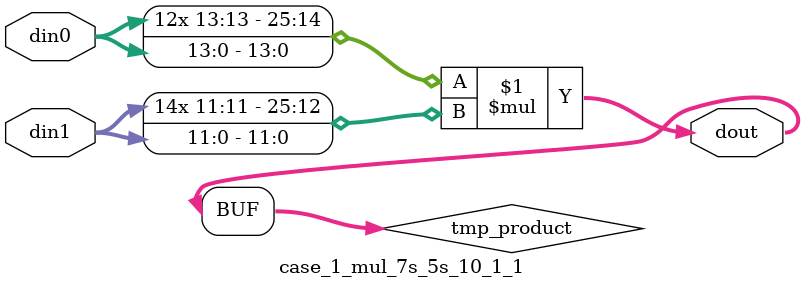
<source format=v>

`timescale 1 ns / 1 ps

 module case_1_mul_7s_5s_10_1_1(din0, din1, dout);
parameter ID = 1;
parameter NUM_STAGE = 0;
parameter din0_WIDTH = 14;
parameter din1_WIDTH = 12;
parameter dout_WIDTH = 26;

input [din0_WIDTH - 1 : 0] din0; 
input [din1_WIDTH - 1 : 0] din1; 
output [dout_WIDTH - 1 : 0] dout;

wire signed [dout_WIDTH - 1 : 0] tmp_product;



























assign tmp_product = $signed(din0) * $signed(din1);








assign dout = tmp_product;





















endmodule

</source>
